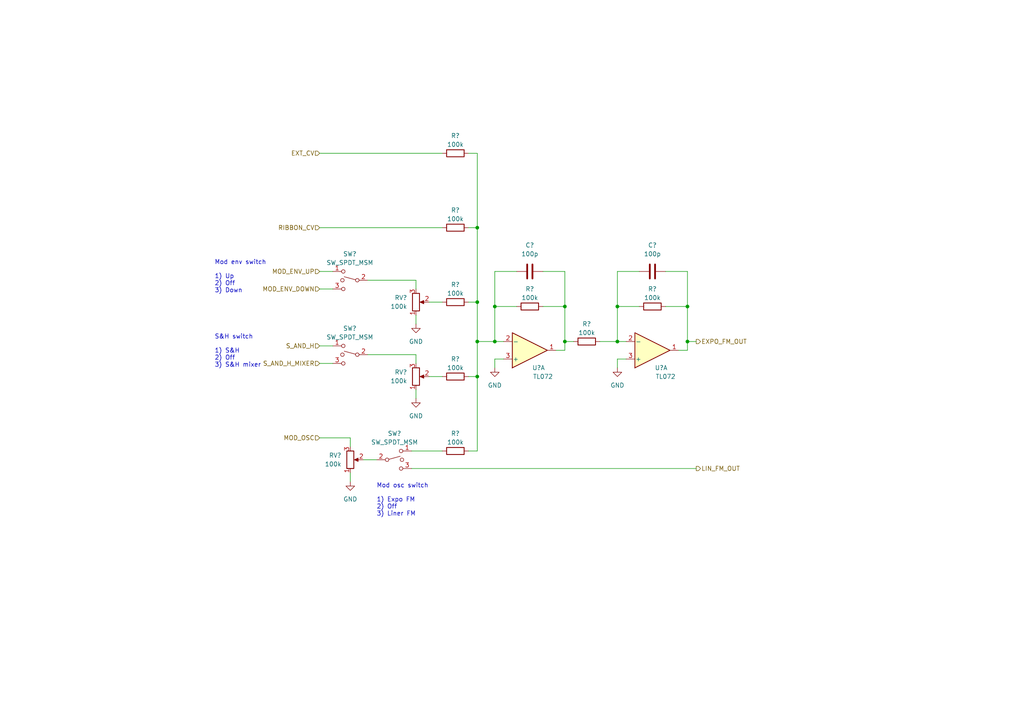
<source format=kicad_sch>
(kicad_sch (version 20211123) (generator eeschema)
  (paper "A4")
  (lib_symbols
    (symbol "Amplifier_Operational:TL072" (pin_names (offset 0.127))
      (property "Reference" "U" (at 0 5.08 0))
      (property "Value" "TL072" (at 0 -5.08 0))
      (symbol "TL072_1_1"
        (polyline (pts (xy -5.08 5.08) (xy 5.08 0) (xy -5.08 -5.08) (xy -5.08 5.08)) (stroke (width 0.254)) (fill (type background)))
        (pin output line (at 7.62 0 180) (length 2.54) (name "~") (number "1"))
        (pin input line (at -7.62 -2.54 0) (length 2.54) (name "-") (number "2"))
        (pin input line (at -7.62 2.54 0) (length 2.54) (name "+") (number "3"))
      )
      (symbol "TL072_2_1"
        (polyline (pts (xy -5.08 5.08) (xy 5.08 0) (xy -5.08 -5.08) (xy -5.08 5.08)) (stroke (width 0.254)) (fill (type background)))
        (pin input line (at -7.62 2.54 0) (length 2.54) (name "+") (number "5"))
        (pin input line (at -7.62 -2.54 0) (length 2.54) (name "-") (number "6"))
        (pin output line (at 7.62 0 180) (length 2.54) (name "~") (number "7"))
      )
      (symbol "TL072_3_1"
        (pin power_in line (at -2.54 -7.62 90) (length 3.81) (name "V-") (number "4"))
        (pin power_in line (at -2.54 7.62 270) (length 3.81) (name "V+") (number "8"))
      )
    )
    (symbol "Device:C" (pin_numbers hide) (pin_names (offset 0.254))
      (property "Reference" "C" (at 0.635 2.54 0))
      (property "Value" "C" (at 0.635 -2.54 0))
      (symbol "C_0_1"
        (polyline (pts (xy -2.032 -0.762) (xy 2.032 -0.762)) (stroke (width 0.508)))
        (polyline (pts (xy -2.032 0.762) (xy 2.032 0.762)) (stroke (width 0.508)))
      )
      (symbol "C_1_1"
        (pin passive line (at 0 3.81 270) (length 2.794) (name "~") (number "1"))
        (pin passive line (at 0 -3.81 90) (length 2.794) (name "~") (number "2"))
      )
    )
    (symbol "Device:R" (pin_numbers hide) (pin_names (offset 0))
      (property "Reference" "R" (at 2.032 0 90))
      (property "Value" "R" (at 0 0 90))
      (symbol "R_0_1"
        (rectangle (start -1.016 -2.54) (end 1.016 2.54) (stroke (width 0.254)))
      )
      (symbol "R_1_1"
        (pin passive line (at 0 3.81 270) (length 1.27) (name "~") (number "1"))
        (pin passive line (at 0 -3.81 90) (length 1.27) (name "~") (number "2"))
      )
    )
    (symbol "Device:R_Potentiometer" (pin_names (offset 1.016) hide)
      (property "Reference" "RV" (at -4.445 0 90))
      (property "Value" "R_Potentiometer" (at -2.54 0 90))
      (symbol "R_Potentiometer_0_1"
        (polyline (pts (xy 2.54 0) (xy 1.524 0)))
        (polyline (pts (xy 1.143 0) (xy 2.286 0.508) (xy 2.286 -0.508) (xy 1.143 0)) (fill (type outline)))
        (rectangle (start 1.016 2.54) (end -1.016 -2.54) (stroke (width 0.254)))
      )
      (symbol "R_Potentiometer_1_1"
        (pin passive line (at 0 3.81 270) (length 1.27) (name "1") (number "1"))
        (pin passive line (at 3.81 0 180) (length 1.27) (name "2") (number "2"))
        (pin passive line (at 0 -3.81 90) (length 1.27) (name "3") (number "3"))
      )
    )
    (symbol "Switch:SW_SPDT_MSM" (pin_names (offset 0) hide)
      (property "Reference" "SW" (at 0 5.08 0))
      (property "Value" "SW_SPDT_MSM" (at 0 -5.08 0))
      (symbol "SW_SPDT_MSM_0_0"
        (circle (center -2.032 0) (radius 0.508))
        (polyline (pts (xy -1.524 0.127) (xy 1.778 1.016)))
        (circle (center 2.032 -2.54) (radius 0.508))
      )
      (symbol "SW_SPDT_MSM_0_1"
        (circle (center 2.032 2.54) (radius 0.508))
        (circle (center 2.286 0) (radius 0.508))
      )
      (symbol "SW_SPDT_MSM_1_1"
        (pin passive line (at 5.08 2.54 180) (length 2.54) (name "1") (number "1"))
        (pin passive line (at -5.08 0 0) (length 2.54) (name "2") (number "2"))
        (pin passive line (at 5.08 -2.54 180) (length 2.54) (name "3") (number "3"))
      )
    )
    (symbol "power:GND" (power) (pin_names (offset 0))
      (property "Value" "GND" (at 0 -3.81 0))
      (symbol "GND_0_1"
        (polyline (pts (xy 0 0) (xy 0 -1.27) (xy 1.27 -1.27) (xy 0 -2.54) (xy -1.27 -1.27) (xy 0 -1.27)))
      )
      (symbol "GND_1_1"
        (pin power_in line (at 0 0 270) (length 0) hide (name "GND") (number "1"))
      )
    )
  )
  (junction (at 199.39 88.9))
  (junction (at 179.07 88.9))
  (junction (at 199.39 99.06))
  (junction (at 179.07 99.06))
  (junction (at 138.43 87.63))
  (junction (at 143.51 88.9))
  (junction (at 143.51 99.06))
  (junction (at 163.83 88.9))
  (junction (at 163.83 99.06))
  (junction (at 138.43 109.22))
  (junction (at 138.43 99.06))
  (junction (at 138.43 66.04))
  (wire (pts (xy 124.46 109.22) (xy 128.27 109.22)))
  (wire (pts (xy 138.43 130.81) (xy 138.43 109.22)))
  (wire (pts (xy 161.29 101.6) (xy 163.83 101.6)))
  (wire (pts (xy 138.43 87.63) (xy 135.89 87.63)))
  (wire (pts (xy 135.89 130.81) (xy 138.43 130.81)))
  (wire (pts (xy 119.38 130.81) (xy 128.27 130.81)))
  (wire (pts (xy 199.39 101.6) (xy 199.39 99.06)))
  (wire (pts (xy 105.41 133.35) (xy 109.22 133.35)))
  (wire (pts (xy 185.42 78.74) (xy 179.07 78.74)))
  (wire (pts (xy 179.07 88.9) (xy 185.42 88.9)))
  (wire (pts (xy 143.51 88.9) (xy 149.86 88.9)))
  (wire (pts (xy 124.46 87.63) (xy 128.27 87.63)))
  (wire (pts (xy 138.43 99.06) (xy 138.43 87.63)))
  (wire (pts (xy 143.51 78.74) (xy 143.51 88.9)))
  (wire (pts (xy 179.07 104.14) (xy 181.61 104.14)))
  (wire (pts (xy 120.65 93.98) (xy 120.65 91.44)))
  (wire (pts (xy 149.86 78.74) (xy 143.51 78.74)))
  (wire (pts (xy 92.71 105.41) (xy 96.52 105.41)))
  (wire (pts (xy 163.83 99.06) (xy 166.37 99.06)))
  (wire (pts (xy 196.85 101.6) (xy 199.39 101.6)))
  (wire (pts (xy 92.71 78.74) (xy 96.52 78.74)))
  (wire (pts (xy 163.83 101.6) (xy 163.83 99.06)))
  (wire (pts (xy 157.48 78.74) (xy 163.83 78.74)))
  (wire (pts (xy 138.43 99.06) (xy 143.51 99.06)))
  (wire (pts (xy 138.43 44.45) (xy 135.89 44.45)))
  (wire (pts (xy 146.05 99.06) (xy 143.51 99.06)))
  (wire (pts (xy 163.83 78.74) (xy 163.83 88.9)))
  (wire (pts (xy 120.65 102.87) (xy 120.65 105.41)))
  (wire (pts (xy 92.71 83.82) (xy 96.52 83.82)))
  (wire (pts (xy 179.07 106.68) (xy 179.07 104.14)))
  (wire (pts (xy 92.71 66.04) (xy 128.27 66.04)))
  (wire (pts (xy 138.43 66.04) (xy 135.89 66.04)))
  (wire (pts (xy 193.04 78.74) (xy 199.39 78.74)))
  (wire (pts (xy 101.6 139.7) (xy 101.6 137.16)))
  (wire (pts (xy 199.39 78.74) (xy 199.39 88.9)))
  (wire (pts (xy 120.65 81.28) (xy 120.65 83.82)))
  (wire (pts (xy 163.83 99.06) (xy 163.83 88.9)))
  (wire (pts (xy 106.68 102.87) (xy 120.65 102.87)))
  (wire (pts (xy 138.43 66.04) (xy 138.43 44.45)))
  (wire (pts (xy 101.6 127) (xy 101.6 129.54)))
  (wire (pts (xy 119.38 135.89) (xy 201.93 135.89)))
  (wire (pts (xy 138.43 109.22) (xy 138.43 99.06)))
  (wire (pts (xy 143.51 106.68) (xy 143.51 104.14)))
  (wire (pts (xy 199.39 99.06) (xy 201.93 99.06)))
  (wire (pts (xy 135.89 109.22) (xy 138.43 109.22)))
  (wire (pts (xy 92.71 100.33) (xy 96.52 100.33)))
  (wire (pts (xy 181.61 99.06) (xy 179.07 99.06)))
  (wire (pts (xy 199.39 88.9) (xy 193.04 88.9)))
  (wire (pts (xy 138.43 87.63) (xy 138.43 66.04)))
  (wire (pts (xy 173.99 99.06) (xy 179.07 99.06)))
  (wire (pts (xy 199.39 99.06) (xy 199.39 88.9)))
  (wire (pts (xy 120.65 115.57) (xy 120.65 113.03)))
  (wire (pts (xy 163.83 88.9) (xy 157.48 88.9)))
  (wire (pts (xy 179.07 78.74) (xy 179.07 88.9)))
  (wire (pts (xy 143.51 104.14) (xy 146.05 104.14)))
  (wire (pts (xy 92.71 44.45) (xy 128.27 44.45)))
  (wire (pts (xy 179.07 99.06) (xy 179.07 88.9)))
  (wire (pts (xy 106.68 81.28) (xy 120.65 81.28)))
  (wire (pts (xy 143.51 99.06) (xy 143.51 88.9)))
  (wire (pts (xy 92.71 127) (xy 101.6 127)))
  (text "Mod osc switch\n\n1) Expo FM\n2) Off\n3) Liner FM" (at 109.22 149.86 0) (effects (font (size 1.27 1.27)) (justify left bottom)))
  (text "S&H switch\n\n1) S&H\n2) Off\n3) S&H mixer" (at 62.23 106.68 0) (effects (font (size 1.27 1.27)) (justify left bottom)))
  (text "Mod env switch\n\n1) Up\n2) Off\n3) Down" (at 62.23 85.09 0) (effects (font (size 1.27 1.27)) (justify left bottom)))
  (hierarchical_label "S_AND_H_MIXER" (shape input) (at 92.71 105.41 180))
  (hierarchical_label "EXT_CV" (shape input) (at 92.71 44.45 180))
  (hierarchical_label "MOD_ENV_DOWN" (shape input) (at 92.71 83.82 180))
  (hierarchical_label "LIN_FM_OUT" (shape output) (at 201.93 135.89 0))
  (hierarchical_label "MOD_ENV_UP" (shape input) (at 92.71 78.74 180))
  (hierarchical_label "RIBBON_CV" (shape input) (at 92.71 66.04 180))
  (hierarchical_label "MOD_OSC" (shape input) (at 92.71 127 180))
  (hierarchical_label "S_AND_H" (shape input) (at 92.71 100.33 180))
  (hierarchical_label "EXPO_FM_OUT" (shape output) (at 201.93 99.06 0))
  (symbol (lib_id "Device:R_Potentiometer") (at 120.65 87.63 0) (mirror x) (unit 1)
    (property "Reference" "RV?" (at 118.11 86.3599 0) (effects (justify right)))
    (property "Value" "100k" (at 118.11 88.8999 0) (effects (justify right)))
  )
  (symbol (lib_id "Amplifier_Operational:TL072") (at 189.23 101.6 0) (mirror x) (unit 1)
    (property "Reference" "U?" (at 191.77 106.68 0))
    (property "Value" "TL072" (at 193.04 109.22 0))
    (property "Datasheet" "http://www.ti.com/lit/ds/symlink/tl071.pdf" (effects hide))
  )
  (symbol (lib_id "Device:R") (at 132.08 44.45 90) (unit 1)
    (property "Reference" "R?" (at 132.08 39.37 90))
    (property "Value" "100k" (at 132.08 41.91 90))
  )
  (symbol (lib_id "Device:R") (at 170.18 99.06 90) (unit 1)
    (property "Reference" "R?" (at 170.18 93.98 90))
    (property "Value" "100k" (at 170.18 96.52 90))
  )
  (symbol (lib_id "power:GND") (at 120.65 93.98 0) (unit 1)
    (property "Reference" "#PWR?" (effects hide))
    (property "Value" "GND" (at 120.65 99.06 0))
  )
  (symbol (lib_id "power:GND") (at 179.07 106.68 0) (unit 1)
    (property "Reference" "#PWR?" (effects hide))
    (property "Value" "GND" (at 179.07 111.76 0))
  )
  (symbol (lib_id "Device:R") (at 132.08 66.04 90) (unit 1)
    (property "Reference" "R?" (at 132.08 60.96 90))
    (property "Value" "100k" (at 132.08 63.5 90))
  )
  (symbol (lib_id "Device:R") (at 153.67 88.9 90) (unit 1)
    (property "Reference" "R?" (at 153.67 83.82 90))
    (property "Value" "100k" (at 153.67 86.36 90))
  )
  (symbol (lib_id "power:GND") (at 120.65 115.57 0) (unit 1)
    (property "Reference" "#PWR?" (effects hide))
    (property "Value" "GND" (at 120.65 120.65 0))
  )
  (symbol (lib_id "Amplifier_Operational:TL072") (at 153.67 101.6 0) (mirror x) (unit 1)
    (property "Reference" "U?" (at 156.21 106.68 0))
    (property "Value" "TL072" (at 157.48 109.22 0))
    (property "Datasheet" "http://www.ti.com/lit/ds/symlink/tl071.pdf" (effects hide))
  )
  (symbol (lib_id "Device:R_Potentiometer") (at 120.65 109.22 0) (mirror x) (unit 1)
    (property "Reference" "RV?" (at 118.11 107.9499 0) (effects (justify right)))
    (property "Value" "100k" (at 118.11 110.4899 0) (effects (justify right)))
  )
  (symbol (lib_id "Device:R") (at 132.08 109.22 90) (unit 1)
    (property "Reference" "R?" (at 132.08 104.14 90))
    (property "Value" "100k" (at 132.08 106.68 90))
  )
  (symbol (lib_id "Device:R") (at 132.08 130.81 90) (unit 1)
    (property "Reference" "R?" (at 132.08 125.73 90))
    (property "Value" "100k" (at 132.08 128.27 90))
  )
  (symbol (lib_id "Device:R") (at 132.08 87.63 90) (unit 1)
    (property "Reference" "R?" (at 132.08 82.55 90))
    (property "Value" "100k" (at 132.08 85.09 90))
  )
  (symbol (lib_id "Switch:SW_SPDT_MSM") (at 101.6 102.87 0) (mirror y) (unit 1)
    (property "Reference" "SW?" (at 101.473 95.25 0))
    (property "Value" "SW_SPDT_MSM" (at 101.473 97.79 0))
  )
  (symbol (lib_id "power:GND") (at 101.6 139.7 0) (unit 1)
    (property "Reference" "#PWR?" (effects hide))
    (property "Value" "GND" (at 101.6 144.78 0))
  )
  (symbol (lib_id "Switch:SW_SPDT_MSM") (at 114.3 133.35 0) (unit 1)
    (property "Reference" "SW?" (at 114.427 125.73 0))
    (property "Value" "SW_SPDT_MSM" (at 114.427 128.27 0))
  )
  (symbol (lib_id "Switch:SW_SPDT_MSM") (at 101.6 81.28 0) (mirror y) (unit 1)
    (property "Reference" "SW?" (at 101.473 73.66 0))
    (property "Value" "SW_SPDT_MSM" (at 101.473 76.2 0))
  )
  (symbol (lib_id "Device:R") (at 189.23 88.9 90) (unit 1)
    (property "Reference" "R?" (at 189.23 83.82 90))
    (property "Value" "100k" (at 189.23 86.36 90))
  )
  (symbol (lib_id "Device:C") (at 189.23 78.74 90) (unit 1)
    (property "Reference" "C?" (at 189.23 71.12 90))
    (property "Value" "100p" (at 189.23 73.66 90))
  )
  (symbol (lib_id "Device:C") (at 153.67 78.74 90) (unit 1)
    (property "Reference" "C?" (at 153.67 71.12 90))
    (property "Value" "100p" (at 153.67 73.66 90))
  )
  (symbol (lib_id "Device:R_Potentiometer") (at 101.6 133.35 0) (mirror x) (unit 1)
    (property "Reference" "RV?" (at 99.06 132.0799 0) (effects (justify right)))
    (property "Value" "100k" (at 99.06 134.6199 0) (effects (justify right)))
  )
  (symbol (lib_id "power:GND") (at 143.51 106.68 0) (unit 1)
    (property "Reference" "#PWR?" (effects hide))
    (property "Value" "GND" (at 143.51 111.76 0))
  )
)
</source>
